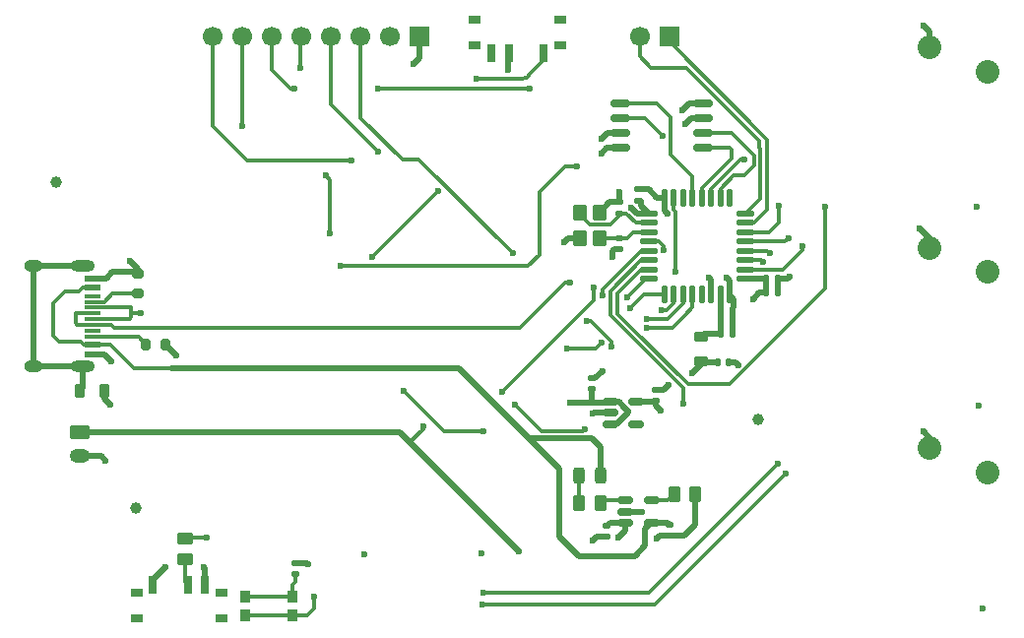
<source format=gbr>
%TF.GenerationSoftware,KiCad,Pcbnew,9.0.6*%
%TF.CreationDate,2025-12-14T01:17:05-08:00*%
%TF.ProjectId,base-station,62617365-2d73-4746-9174-696f6e2e6b69,rev?*%
%TF.SameCoordinates,Original*%
%TF.FileFunction,Copper,L1,Top*%
%TF.FilePolarity,Positive*%
%FSLAX46Y46*%
G04 Gerber Fmt 4.6, Leading zero omitted, Abs format (unit mm)*
G04 Created by KiCad (PCBNEW 9.0.6) date 2025-12-14 01:17:05*
%MOMM*%
%LPD*%
G01*
G04 APERTURE LIST*
G04 Aperture macros list*
%AMRoundRect*
0 Rectangle with rounded corners*
0 $1 Rounding radius*
0 $2 $3 $4 $5 $6 $7 $8 $9 X,Y pos of 4 corners*
0 Add a 4 corners polygon primitive as box body*
4,1,4,$2,$3,$4,$5,$6,$7,$8,$9,$2,$3,0*
0 Add four circle primitives for the rounded corners*
1,1,$1+$1,$2,$3*
1,1,$1+$1,$4,$5*
1,1,$1+$1,$6,$7*
1,1,$1+$1,$8,$9*
0 Add four rect primitives between the rounded corners*
20,1,$1+$1,$2,$3,$4,$5,0*
20,1,$1+$1,$4,$5,$6,$7,0*
20,1,$1+$1,$6,$7,$8,$9,0*
20,1,$1+$1,$8,$9,$2,$3,0*%
G04 Aperture macros list end*
%TA.AperFunction,SMDPad,CuDef*%
%ADD10RoundRect,0.162500X-0.650000X-0.162500X0.650000X-0.162500X0.650000X0.162500X-0.650000X0.162500X0*%
%TD*%
%TA.AperFunction,SMDPad,CuDef*%
%ADD11C,1.000000*%
%TD*%
%TA.AperFunction,SMDPad,CuDef*%
%ADD12RoundRect,0.140000X-0.140000X-0.170000X0.140000X-0.170000X0.140000X0.170000X-0.140000X0.170000X0*%
%TD*%
%TA.AperFunction,SMDPad,CuDef*%
%ADD13R,1.000000X0.800000*%
%TD*%
%TA.AperFunction,SMDPad,CuDef*%
%ADD14R,0.700000X1.500000*%
%TD*%
%TA.AperFunction,ComponentPad*%
%ADD15RoundRect,0.250000X-0.625000X0.350000X-0.625000X-0.350000X0.625000X-0.350000X0.625000X0.350000X0*%
%TD*%
%TA.AperFunction,ComponentPad*%
%ADD16O,1.750000X1.200000*%
%TD*%
%TA.AperFunction,SMDPad,CuDef*%
%ADD17RoundRect,0.140000X-0.170000X0.140000X-0.170000X-0.140000X0.170000X-0.140000X0.170000X0.140000X0*%
%TD*%
%TA.AperFunction,SMDPad,CuDef*%
%ADD18RoundRect,0.250000X0.450000X-0.262500X0.450000X0.262500X-0.450000X0.262500X-0.450000X-0.262500X0*%
%TD*%
%TA.AperFunction,SMDPad,CuDef*%
%ADD19RoundRect,0.150000X-0.512500X-0.150000X0.512500X-0.150000X0.512500X0.150000X-0.512500X0.150000X0*%
%TD*%
%TA.AperFunction,SMDPad,CuDef*%
%ADD20RoundRect,0.140000X0.170000X-0.140000X0.170000X0.140000X-0.170000X0.140000X-0.170000X-0.140000X0*%
%TD*%
%TA.AperFunction,SMDPad,CuDef*%
%ADD21RoundRect,0.250000X-0.350000X0.450000X-0.350000X-0.450000X0.350000X-0.450000X0.350000X0.450000X0*%
%TD*%
%TA.AperFunction,ComponentPad*%
%ADD22C,2.032000*%
%TD*%
%TA.AperFunction,SMDPad,CuDef*%
%ADD23RoundRect,0.200000X-0.200000X-0.275000X0.200000X-0.275000X0.200000X0.275000X-0.200000X0.275000X0*%
%TD*%
%TA.AperFunction,SMDPad,CuDef*%
%ADD24R,1.450000X0.600000*%
%TD*%
%TA.AperFunction,SMDPad,CuDef*%
%ADD25R,1.450000X0.300000*%
%TD*%
%TA.AperFunction,HeatsinkPad*%
%ADD26O,2.100000X1.000000*%
%TD*%
%TA.AperFunction,HeatsinkPad*%
%ADD27O,1.600000X1.000000*%
%TD*%
%TA.AperFunction,ComponentPad*%
%ADD28R,1.700000X1.700000*%
%TD*%
%TA.AperFunction,ComponentPad*%
%ADD29C,1.700000*%
%TD*%
%TA.AperFunction,SMDPad,CuDef*%
%ADD30RoundRect,0.243750X-0.243750X-0.456250X0.243750X-0.456250X0.243750X0.456250X-0.243750X0.456250X0*%
%TD*%
%TA.AperFunction,SMDPad,CuDef*%
%ADD31RoundRect,0.200000X0.275000X-0.200000X0.275000X0.200000X-0.275000X0.200000X-0.275000X-0.200000X0*%
%TD*%
%TA.AperFunction,SMDPad,CuDef*%
%ADD32RoundRect,0.218750X0.381250X-0.218750X0.381250X0.218750X-0.381250X0.218750X-0.381250X-0.218750X0*%
%TD*%
%TA.AperFunction,SMDPad,CuDef*%
%ADD33RoundRect,0.218750X0.218750X0.381250X-0.218750X0.381250X-0.218750X-0.381250X0.218750X-0.381250X0*%
%TD*%
%TA.AperFunction,SMDPad,CuDef*%
%ADD34RoundRect,0.250000X-0.262500X-0.450000X0.262500X-0.450000X0.262500X0.450000X-0.262500X0.450000X0*%
%TD*%
%TA.AperFunction,SMDPad,CuDef*%
%ADD35RoundRect,0.250000X0.262500X0.450000X-0.262500X0.450000X-0.262500X-0.450000X0.262500X-0.450000X0*%
%TD*%
%TA.AperFunction,SMDPad,CuDef*%
%ADD36R,0.900000X1.000000*%
%TD*%
%TA.AperFunction,SMDPad,CuDef*%
%ADD37RoundRect,0.125000X-0.625000X-0.125000X0.625000X-0.125000X0.625000X0.125000X-0.625000X0.125000X0*%
%TD*%
%TA.AperFunction,SMDPad,CuDef*%
%ADD38RoundRect,0.125000X-0.125000X-0.625000X0.125000X-0.625000X0.125000X0.625000X-0.125000X0.625000X0*%
%TD*%
%TA.AperFunction,ViaPad*%
%ADD39C,0.600000*%
%TD*%
%TA.AperFunction,Conductor*%
%ADD40C,0.300000*%
%TD*%
%TA.AperFunction,Conductor*%
%ADD41C,0.500000*%
%TD*%
G04 APERTURE END LIST*
D10*
%TO.P,U3,1,~{CS}*%
%TO.N,/FLASH_CS*%
X86112500Y-58695000D03*
%TO.P,U3,2,DO/IO_{1}*%
%TO.N,/FLASH_MISO*%
X86112500Y-59965000D03*
%TO.P,U3,3,~{WP}/IO_{2}*%
%TO.N,+3V3*%
X86112500Y-61235000D03*
%TO.P,U3,4,GND*%
%TO.N,GND*%
X86112500Y-62505000D03*
%TO.P,U3,5,DI/IO_{0}*%
%TO.N,/FLASH_MOSI*%
X93287500Y-62505000D03*
%TO.P,U3,6,CLK*%
%TO.N,/FLASH_SCK*%
X93287500Y-61235000D03*
%TO.P,U3,7,~{HOLD}/~{RESET}/IO_{3}*%
%TO.N,+3V3*%
X93287500Y-59965000D03*
%TO.P,U3,8,VCC*%
X93287500Y-58695000D03*
%TD*%
D11*
%TO.P,FID3,*%
%TO.N,*%
X44500000Y-93500000D03*
%TD*%
D12*
%TO.P,C10,1*%
%TO.N,+3.3VA*%
X94820000Y-76875000D03*
%TO.P,C10,2*%
%TO.N,GND*%
X95780000Y-76875000D03*
%TD*%
D13*
%TO.P,SW3,*%
%TO.N,*%
X44550000Y-100745000D03*
X44550000Y-102955000D03*
X51850000Y-100745000D03*
X51850000Y-102955000D03*
D14*
%TO.P,SW3,1,A*%
%TO.N,GND*%
X45950000Y-100095000D03*
%TO.P,SW3,2,B*%
%TO.N,/SW_BOOT*%
X48950000Y-100095000D03*
%TO.P,SW3,3,C*%
%TO.N,+3V3*%
X50450000Y-100095000D03*
%TD*%
D15*
%TO.P,J4,1,Pin_1*%
%TO.N,/VBAT*%
X39650000Y-87000000D03*
D16*
%TO.P,J4,2,Pin_2*%
%TO.N,GND*%
X39650000Y-89000000D03*
%TD*%
D17*
%TO.P,C2,1*%
%TO.N,/VBAT*%
X85000000Y-95020000D03*
%TO.P,C2,2*%
%TO.N,GND*%
X85000000Y-95980000D03*
%TD*%
D12*
%TO.P,C7,1*%
%TO.N,+3V3*%
X98720000Y-74975000D03*
%TO.P,C7,2*%
%TO.N,GND*%
X99680000Y-74975000D03*
%TD*%
D18*
%TO.P,R5,1*%
%TO.N,/SW_BOOT*%
X48700000Y-97912500D03*
%TO.P,R5,2*%
%TO.N,/BOOT*%
X48700000Y-96087500D03*
%TD*%
D19*
%TO.P,U2,1,VIN*%
%TO.N,/VIN*%
X85262500Y-84350000D03*
%TO.P,U2,2,GND*%
%TO.N,GND*%
X85262500Y-85300000D03*
%TO.P,U2,3,EN*%
%TO.N,/VIN*%
X85262500Y-86250000D03*
%TO.P,U2,4,NC*%
%TO.N,unconnected-(U2-NC-Pad4)*%
X87537500Y-86250000D03*
%TO.P,U2,5,VOUT*%
%TO.N,+3V3*%
X87537500Y-84350000D03*
%TD*%
D17*
%TO.P,C1,1*%
%TO.N,VBUS*%
X90400000Y-94900000D03*
%TO.P,C1,2*%
%TO.N,GND*%
X90400000Y-95860000D03*
%TD*%
D20*
%TO.P,C13,1*%
%TO.N,/SW_RESET*%
X58180000Y-99180000D03*
%TO.P,C13,2*%
%TO.N,GND*%
X58180000Y-98220000D03*
%TD*%
D21*
%TO.P,Y1,1,1*%
%TO.N,/HSE_IN*%
X82650000Y-68075000D03*
%TO.P,Y1,2,2*%
%TO.N,GND*%
X82650000Y-70275000D03*
%TO.P,Y1,3,3*%
%TO.N,/HSE_OUT*%
X84350000Y-70275000D03*
%TO.P,Y1,4,4*%
%TO.N,GND*%
X84350000Y-68075000D03*
%TD*%
D22*
%TO.P,SW5,1,1*%
%TO.N,GND*%
X112750000Y-88350000D03*
%TO.P,SW5,2,2*%
%TO.N,/BTN_2*%
X117750000Y-90450000D03*
%TD*%
D23*
%TO.P,R2,1*%
%TO.N,/CC2*%
X45375000Y-79400000D03*
%TO.P,R2,2*%
%TO.N,GND*%
X47025000Y-79400000D03*
%TD*%
D11*
%TO.P,FID2,*%
%TO.N,*%
X37600000Y-65500000D03*
%TD*%
D24*
%TO.P,J2,A1,GND*%
%TO.N,GND*%
X40800000Y-73750000D03*
%TO.P,J2,A4,VBUS*%
%TO.N,VBUS*%
X40800000Y-74550000D03*
D25*
%TO.P,J2,A5,CC1*%
%TO.N,/CC1*%
X40800000Y-75750000D03*
%TO.P,J2,A6,D+*%
%TO.N,/D+*%
X40800000Y-76750000D03*
%TO.P,J2,A7,D-*%
%TO.N,/D-*%
X40800000Y-77250000D03*
%TO.P,J2,A8,SBU1*%
%TO.N,unconnected-(J2-SBU1-PadA8)*%
X40800000Y-78250000D03*
D24*
%TO.P,J2,A9,VBUS*%
%TO.N,VBUS*%
X40800000Y-79450000D03*
%TO.P,J2,A12,GND*%
%TO.N,GND*%
X40800000Y-80250000D03*
%TO.P,J2,B1,GND*%
X40800000Y-80250000D03*
%TO.P,J2,B4,VBUS*%
%TO.N,VBUS*%
X40800000Y-79450000D03*
D25*
%TO.P,J2,B5,CC2*%
%TO.N,/CC2*%
X40800000Y-78750000D03*
%TO.P,J2,B6,D+*%
%TO.N,/D+*%
X40800000Y-77750000D03*
%TO.P,J2,B7,D-*%
%TO.N,/D-*%
X40800000Y-76250000D03*
%TO.P,J2,B8,SBU2*%
%TO.N,unconnected-(J2-SBU2-PadB8)*%
X40800000Y-75250000D03*
D24*
%TO.P,J2,B9,VBUS*%
%TO.N,VBUS*%
X40800000Y-74550000D03*
%TO.P,J2,B12,GND*%
%TO.N,GND*%
X40800000Y-73750000D03*
D26*
%TO.P,J2,S1,SHIELD*%
%TO.N,/SHIELD*%
X39885000Y-72680000D03*
D27*
X35705000Y-72680000D03*
D26*
X39885000Y-81320000D03*
D27*
X35705000Y-81320000D03*
%TD*%
D28*
%TO.P,J3,1,Pin_1*%
%TO.N,+3V3*%
X68900000Y-52900000D03*
D29*
%TO.P,J3,2,Pin_2*%
%TO.N,GND*%
X66360000Y-52900000D03*
%TO.P,J3,3,Pin_3*%
%TO.N,/LCD_SDA*%
X63820000Y-52900000D03*
%TO.P,J3,4,Pin_4*%
%TO.N,/LCD_SCK*%
X61280000Y-52900000D03*
%TO.P,J3,5,Pin_5*%
%TO.N,/LCD_CS*%
X58740000Y-52900000D03*
%TO.P,J3,6,Pin_6*%
%TO.N,/LCD_DC*%
X56200000Y-52900000D03*
%TO.P,J3,7,Pin_7*%
%TO.N,/LCD_RST*%
X53660000Y-52900000D03*
%TO.P,J3,8,Pin_8*%
%TO.N,/LCD_BL*%
X51120000Y-52900000D03*
%TD*%
D11*
%TO.P,FID1,*%
%TO.N,*%
X98000000Y-85900000D03*
%TD*%
D28*
%TO.P,J5,1,Pin_1*%
%TO.N,/SWDIO*%
X90375000Y-52900000D03*
D29*
%TO.P,J5,2,Pin_2*%
%TO.N,/SWCLK*%
X87835000Y-52900000D03*
%TD*%
D22*
%TO.P,SW6,1,1*%
%TO.N,GND*%
X112750000Y-53850000D03*
%TO.P,SW6,2,2*%
%TO.N,/BTN_3*%
X117750000Y-55950000D03*
%TD*%
D19*
%TO.P,U1,1,STAT*%
%TO.N,/STAT*%
X86562500Y-92850000D03*
%TO.P,U1,2,V_{SS}*%
%TO.N,GND*%
X86562500Y-93800000D03*
%TO.P,U1,3,V_{BAT}*%
%TO.N,/VBAT*%
X86562500Y-94750000D03*
%TO.P,U1,4,V_{DD}*%
%TO.N,VBUS*%
X88837500Y-94750000D03*
%TO.P,U1,5,PROG*%
%TO.N,/PROG*%
X88837500Y-92850000D03*
%TD*%
D30*
%TO.P,D1,1,K*%
%TO.N,/LED*%
X82562500Y-90700000D03*
%TO.P,D1,2,A*%
%TO.N,VBUS*%
X84437500Y-90700000D03*
%TD*%
D31*
%TO.P,R1,1*%
%TO.N,/CC1*%
X44700000Y-75025000D03*
%TO.P,R1,2*%
%TO.N,GND*%
X44700000Y-73375000D03*
%TD*%
D32*
%TO.P,FB2,1*%
%TO.N,+3V3*%
X93100000Y-80837500D03*
%TO.P,FB2,2*%
%TO.N,+3.3VA*%
X93100000Y-78712500D03*
%TD*%
D20*
%TO.P,C11,1*%
%TO.N,/HSE_IN*%
X86100000Y-68155000D03*
%TO.P,C11,2*%
%TO.N,GND*%
X86100000Y-67195000D03*
%TD*%
D17*
%TO.P,C12,1*%
%TO.N,/HSE_OUT*%
X86100000Y-70295000D03*
%TO.P,C12,2*%
%TO.N,GND*%
X86100000Y-71255000D03*
%TD*%
D33*
%TO.P,FB1,1*%
%TO.N,GND*%
X41762500Y-83400000D03*
%TO.P,FB1,2*%
%TO.N,/SHIELD*%
X39637500Y-83400000D03*
%TD*%
D12*
%TO.P,C8,1*%
%TO.N,+3V3*%
X94520000Y-80975000D03*
%TO.P,C8,2*%
%TO.N,GND*%
X95480000Y-80975000D03*
%TD*%
D22*
%TO.P,SW4,1,1*%
%TO.N,GND*%
X112750000Y-71100000D03*
%TO.P,SW4,2,2*%
%TO.N,/BTN_1*%
X117750000Y-73200000D03*
%TD*%
D20*
%TO.P,C3,1*%
%TO.N,/VIN*%
X83700000Y-83280000D03*
%TO.P,C3,2*%
%TO.N,GND*%
X83700000Y-82320000D03*
%TD*%
%TO.P,C4,1*%
%TO.N,+3V3*%
X89200000Y-84280000D03*
%TO.P,C4,2*%
%TO.N,GND*%
X89200000Y-83320000D03*
%TD*%
D34*
%TO.P,R4,1*%
%TO.N,/PROG*%
X90787500Y-92300000D03*
%TO.P,R4,2*%
%TO.N,GND*%
X92612500Y-92300000D03*
%TD*%
D13*
%TO.P,SW2,*%
%TO.N,*%
X80950000Y-53680000D03*
X80950000Y-51470000D03*
X73650000Y-53680000D03*
X73650000Y-51470000D03*
D14*
%TO.P,SW2,1,A*%
%TO.N,/VBAT*%
X79550000Y-54330000D03*
%TO.P,SW2,2,B*%
%TO.N,/VIN*%
X76550000Y-54330000D03*
%TO.P,SW2,3,C*%
%TO.N,unconnected-(SW2-C-Pad3)*%
X75050000Y-54330000D03*
%TD*%
D12*
%TO.P,C9,1*%
%TO.N,+3.3VA*%
X94820000Y-78475000D03*
%TO.P,C9,2*%
%TO.N,GND*%
X95780000Y-78475000D03*
%TD*%
D35*
%TO.P,R3,1*%
%TO.N,/STAT*%
X84412500Y-93100000D03*
%TO.P,R3,2*%
%TO.N,/LED*%
X82587500Y-93100000D03*
%TD*%
D20*
%TO.P,C6,1*%
%TO.N,+3V3*%
X87700000Y-67055000D03*
%TO.P,C6,2*%
%TO.N,GND*%
X87700000Y-66095000D03*
%TD*%
D36*
%TO.P,SW1,1,1*%
%TO.N,/SW_RESET*%
X53850000Y-101100000D03*
X57950000Y-101100000D03*
%TO.P,SW1,2,2*%
%TO.N,/RESET*%
X53850000Y-102700000D03*
X57950000Y-102700000D03*
%TD*%
D37*
%TO.P,U4,1,VDD*%
%TO.N,+3V3*%
X88575000Y-68175000D03*
%TO.P,U4,2,PF0*%
%TO.N,/HSE_IN*%
X88575000Y-68975000D03*
%TO.P,U4,3,PF1*%
%TO.N,/HSE_OUT*%
X88575000Y-69775000D03*
%TO.P,U4,4,PG10*%
%TO.N,/RESET*%
X88575000Y-70575000D03*
%TO.P,U4,5,PA0*%
%TO.N,/BTN_1*%
X88575000Y-71375000D03*
%TO.P,U4,6,PA1*%
%TO.N,/BTN_2*%
X88575000Y-72175000D03*
%TO.P,U4,7,PA2*%
%TO.N,/BTN_3*%
X88575000Y-72975000D03*
%TO.P,U4,8,PA3*%
%TO.N,/LCD_RST*%
X88575000Y-73775000D03*
D38*
%TO.P,U4,9,PA4*%
%TO.N,/LCD_CS*%
X89950000Y-75150000D03*
%TO.P,U4,10,PA5*%
%TO.N,/LCD_SCK*%
X90750000Y-75150000D03*
%TO.P,U4,11,PA6*%
%TO.N,/LCD_BL*%
X91550000Y-75150000D03*
%TO.P,U4,12,PA7*%
%TO.N,/LCD_SDA*%
X92350000Y-75150000D03*
%TO.P,U4,13,PB0*%
%TO.N,unconnected-(U4-PB0-Pad13)*%
X93150000Y-75150000D03*
%TO.P,U4,14,VSSA*%
%TO.N,GND*%
X93950000Y-75150000D03*
%TO.P,U4,15,VDDA*%
%TO.N,+3.3VA*%
X94750000Y-75150000D03*
%TO.P,U4,16,VSS*%
%TO.N,GND*%
X95550000Y-75150000D03*
D37*
%TO.P,U4,17,VDD*%
%TO.N,+3V3*%
X96925000Y-73775000D03*
%TO.P,U4,18,PA8*%
%TO.N,/LCD_DC*%
X96925000Y-72975000D03*
%TO.P,U4,19,PA9*%
%TO.N,/I2C_SCL*%
X96925000Y-72175000D03*
%TO.P,U4,20,PA10*%
%TO.N,/I2C_SDA*%
X96925000Y-71375000D03*
%TO.P,U4,21,PA11*%
%TO.N,/D-*%
X96925000Y-70575000D03*
%TO.P,U4,22,PA12*%
%TO.N,/D+*%
X96925000Y-69775000D03*
%TO.P,U4,23,PA13*%
%TO.N,/SWDIO*%
X96925000Y-68975000D03*
%TO.P,U4,24,PA14*%
%TO.N,/SWCLK*%
X96925000Y-68175000D03*
D38*
%TO.P,U4,25,PA15*%
%TO.N,unconnected-(U4-PA15-Pad25)*%
X95550000Y-66800000D03*
%TO.P,U4,26,PB3*%
%TO.N,/FLASH_SCK*%
X94750000Y-66800000D03*
%TO.P,U4,27,PB4*%
%TO.N,/FLASH_MISO*%
X93950000Y-66800000D03*
%TO.P,U4,28,PB5*%
%TO.N,/FLASH_MOSI*%
X93150000Y-66800000D03*
%TO.P,U4,29,PB6*%
%TO.N,/FLASH_CS*%
X92350000Y-66800000D03*
%TO.P,U4,30,PB7*%
%TO.N,unconnected-(U4-PB7-Pad30)*%
X91550000Y-66800000D03*
%TO.P,U4,31,PB8*%
%TO.N,/BOOT*%
X90750000Y-66800000D03*
%TO.P,U4,32,VSS*%
%TO.N,GND*%
X89950000Y-66800000D03*
%TD*%
D12*
%TO.P,C5,1*%
%TO.N,+3V3*%
X98720000Y-73775000D03*
%TO.P,C5,2*%
%TO.N,GND*%
X99680000Y-73775000D03*
%TD*%
D39*
%TO.N,+3V3*%
X91750000Y-60500000D03*
X91500000Y-59250000D03*
X84500000Y-61750000D03*
%TO.N,GND*%
X84500000Y-63000000D03*
X117300000Y-102100000D03*
X112200000Y-86900000D03*
X42400000Y-80900000D03*
X90200000Y-68200000D03*
X89300000Y-96100000D03*
X90300000Y-82900000D03*
X42300000Y-84600000D03*
X117000000Y-84700000D03*
X95300000Y-73700000D03*
X88000000Y-93800000D03*
X81300000Y-70600000D03*
X59300000Y-98300000D03*
X64100000Y-97500000D03*
X93800000Y-73700000D03*
X112200000Y-52000000D03*
X100700000Y-73600000D03*
X96300000Y-81200000D03*
X83800000Y-96300000D03*
X116800000Y-67600000D03*
X85500000Y-71900000D03*
X83800000Y-85400000D03*
X86100000Y-66300000D03*
X44000000Y-72200000D03*
X47000000Y-98600000D03*
X41900000Y-89400000D03*
X84600000Y-81700000D03*
X48000000Y-80400000D03*
X111900000Y-69400000D03*
%TO.N,/VBAT*%
X69200000Y-86500000D03*
X70500000Y-66200000D03*
X86000000Y-96000000D03*
X73800000Y-56600000D03*
X77400000Y-97200000D03*
X64800000Y-71900000D03*
%TO.N,+3V3*%
X92300000Y-81900000D03*
X74200000Y-97400000D03*
X50300000Y-98600000D03*
X87047727Y-67637056D03*
X97600000Y-75500000D03*
X89600000Y-85100000D03*
X68400000Y-55300000D03*
%TO.N,/RESET*%
X59800000Y-101100000D03*
X76000000Y-83500000D03*
X83900000Y-74500000D03*
X89900000Y-71300000D03*
%TO.N,/I2C_SDA*%
X74300000Y-101800000D03*
X99000000Y-71600000D03*
X100400000Y-90500000D03*
%TO.N,/I2C_SCL*%
X98400000Y-72300000D03*
X74400000Y-100800000D03*
X99700000Y-89700000D03*
%TO.N,/D-*%
X100600000Y-70300000D03*
X44900000Y-76700000D03*
X82400000Y-64100000D03*
X62100000Y-72700000D03*
%TO.N,/D+*%
X99800000Y-67500000D03*
X81800000Y-74100000D03*
%TO.N,/LCD_CS*%
X67500000Y-83400000D03*
X74400000Y-86900000D03*
X77100000Y-84600000D03*
X83100000Y-86700000D03*
X61200000Y-69900000D03*
X58600000Y-55600000D03*
X60800000Y-64900000D03*
X87000000Y-76300000D03*
%TO.N,/LCD_SDA*%
X88400000Y-78000003D03*
X76900000Y-71600000D03*
%TO.N,/LCD_SCK*%
X89701000Y-76500000D03*
X65300000Y-62800000D03*
X83300000Y-77400000D03*
X85400000Y-79600000D03*
%TO.N,/LCD_DC*%
X101800000Y-71000000D03*
X58100000Y-57400000D03*
X65300000Y-57400000D03*
X78400000Y-57400000D03*
%TO.N,/LCD_BL*%
X81600000Y-79800000D03*
X84500000Y-79300000D03*
X88400000Y-77200000D03*
X63000000Y-63600000D03*
%TO.N,/LCD_RST*%
X53600000Y-60600000D03*
X86700000Y-75400000D03*
%TO.N,/BOOT*%
X50600000Y-96000000D03*
X90900000Y-73200000D03*
%TO.N,/BTN_1*%
X84600000Y-75200000D03*
%TO.N,/BTN_2*%
X91550000Y-84500000D03*
%TO.N,/BTN_3*%
X103800000Y-67600000D03*
%TO.N,/FLASH_MISO*%
X96800000Y-63500000D03*
X89800000Y-61500000D03*
%TO.N,/VIN*%
X81800000Y-84400000D03*
X76500000Y-55800000D03*
%TD*%
D40*
%TO.N,/SWCLK*%
X96925000Y-68175000D02*
X98201000Y-66899000D01*
X98201000Y-66899000D02*
X98201000Y-62601000D01*
X98201000Y-62601000D02*
X98100000Y-62500000D01*
X98100000Y-62500000D02*
X98100000Y-61864673D01*
X98100000Y-61864673D02*
X91835327Y-55600000D01*
X91835327Y-55600000D02*
X88800000Y-55600000D01*
X88800000Y-55600000D02*
X87835000Y-54635000D01*
X87835000Y-54635000D02*
X87835000Y-52900000D01*
D41*
%TO.N,+3V3*%
X92285000Y-59965000D02*
X91750000Y-60500000D01*
X93287500Y-59965000D02*
X92285000Y-59965000D01*
X92055000Y-58695000D02*
X91500000Y-59250000D01*
X93287500Y-58695000D02*
X92055000Y-58695000D01*
X85015000Y-61235000D02*
X84500000Y-61750000D01*
X86112500Y-61235000D02*
X85015000Y-61235000D01*
%TO.N,GND*%
X84995000Y-62505000D02*
X84500000Y-63000000D01*
X86112500Y-62505000D02*
X84995000Y-62505000D01*
D40*
%TO.N,/FLASH_CS*%
X92350000Y-66800000D02*
X92350000Y-64970654D01*
X92350000Y-64970654D02*
X90500000Y-63120654D01*
X90500000Y-63120654D02*
X90500000Y-59900000D01*
X90500000Y-59900000D02*
X89295000Y-58695000D01*
X89295000Y-58695000D02*
X86112500Y-58695000D01*
%TO.N,/FLASH_MISO*%
X89800000Y-61500000D02*
X88265000Y-59965000D01*
X88265000Y-59965000D02*
X86112500Y-59965000D01*
%TO.N,/FLASH_MOSI*%
X95505000Y-62505000D02*
X93287500Y-62505000D01*
%TO.N,/FLASH_SCK*%
X95735000Y-61235000D02*
X93287500Y-61235000D01*
D41*
%TO.N,VBUS*%
X88837500Y-94750000D02*
X90250000Y-94750000D01*
X80900000Y-90100000D02*
X80900000Y-95900000D01*
D40*
X37864000Y-79164000D02*
X39724000Y-79164000D01*
D41*
X88300000Y-95287500D02*
X88837500Y-94750000D01*
D40*
X40010000Y-79450000D02*
X40800000Y-79450000D01*
D41*
X78300000Y-87500000D02*
X80900000Y-90100000D01*
D40*
X42250000Y-79450000D02*
X44300000Y-81500000D01*
D41*
X72300000Y-81500000D02*
X78300000Y-87500000D01*
D40*
X39591719Y-74900000D02*
X38400000Y-74900000D01*
X40800000Y-79450000D02*
X42250000Y-79450000D01*
X40800000Y-74550000D02*
X39941719Y-74550000D01*
X38400000Y-74900000D02*
X37400000Y-75900000D01*
X37400000Y-78700000D02*
X37864000Y-79164000D01*
D41*
X80900000Y-95900000D02*
X82600000Y-97600000D01*
X84437500Y-88237500D02*
X84437500Y-90700000D01*
X90250000Y-94750000D02*
X90400000Y-94900000D01*
D40*
X37400000Y-75900000D02*
X37400000Y-78700000D01*
D41*
X82600000Y-97600000D02*
X87400000Y-97600000D01*
X83700000Y-87500000D02*
X84437500Y-88237500D01*
D40*
X39724000Y-79164000D02*
X40010000Y-79450000D01*
D41*
X88300000Y-96700000D02*
X88300000Y-95287500D01*
X47500000Y-81500000D02*
X72300000Y-81500000D01*
X78300000Y-87500000D02*
X83700000Y-87500000D01*
D40*
X44300000Y-81500000D02*
X47500000Y-81500000D01*
D41*
X87400000Y-97600000D02*
X88300000Y-96700000D01*
D40*
X39941719Y-74550000D02*
X39591719Y-74900000D01*
D41*
%TO.N,GND*%
X45950000Y-100095000D02*
X45950000Y-99650000D01*
X83900000Y-85300000D02*
X83800000Y-85400000D01*
X59220000Y-98220000D02*
X59300000Y-98300000D01*
X85500000Y-71900000D02*
X85500000Y-71400000D01*
X58180000Y-98220000D02*
X59220000Y-98220000D01*
X83700000Y-82320000D02*
X83980000Y-82320000D01*
X90400000Y-95860000D02*
X89540000Y-95860000D01*
X82650000Y-70275000D02*
X81625000Y-70275000D01*
X112750000Y-53850000D02*
X112750000Y-52550000D01*
X96075000Y-80975000D02*
X96300000Y-81200000D01*
X90200000Y-68200000D02*
X89950000Y-67950000D01*
X89950000Y-66800000D02*
X89300000Y-66800000D01*
X86100000Y-67195000D02*
X85230000Y-67195000D01*
X41750000Y-80250000D02*
X42400000Y-80900000D01*
X92612500Y-94887500D02*
X92612500Y-92300000D01*
X91640000Y-95860000D02*
X92612500Y-94887500D01*
X85000000Y-95980000D02*
X84120000Y-95980000D01*
X42500000Y-73200000D02*
X44525000Y-73200000D01*
X41950000Y-73750000D02*
X42500000Y-73200000D01*
X85230000Y-67195000D02*
X84350000Y-68075000D01*
X95550000Y-73950000D02*
X95300000Y-73700000D01*
X95550000Y-75150000D02*
X95550000Y-73950000D01*
X44700000Y-73375000D02*
X44700000Y-72900000D01*
X85500000Y-71400000D02*
X85645000Y-71255000D01*
X41762500Y-83400000D02*
X41762500Y-84062500D01*
X95780000Y-76875000D02*
X95780000Y-78475000D01*
X47025000Y-79400000D02*
X47025000Y-79425000D01*
X41762500Y-84062500D02*
X42300000Y-84600000D01*
X112750000Y-52550000D02*
X112200000Y-52000000D01*
X112750000Y-70250000D02*
X111900000Y-69400000D01*
X44525000Y-73200000D02*
X44700000Y-73375000D01*
X88595000Y-66095000D02*
X87900000Y-66095000D01*
X112750000Y-71100000D02*
X112750000Y-70250000D01*
X99680000Y-73775000D02*
X100525000Y-73775000D01*
X95550000Y-75150000D02*
X95900000Y-75500000D01*
X86100000Y-67195000D02*
X86100000Y-66300000D01*
X44700000Y-72900000D02*
X44000000Y-72200000D01*
X99680000Y-74975000D02*
X99680000Y-73775000D01*
X84120000Y-95980000D02*
X83800000Y-96300000D01*
X81625000Y-70275000D02*
X81300000Y-70600000D01*
X89200000Y-83320000D02*
X89880000Y-83320000D01*
X112750000Y-88350000D02*
X112750000Y-87450000D01*
X112750000Y-87450000D02*
X112200000Y-86900000D01*
X45950000Y-99650000D02*
X47000000Y-98600000D01*
X90400000Y-95860000D02*
X91640000Y-95860000D01*
X95780000Y-76320000D02*
X95780000Y-76875000D01*
X95900000Y-75500000D02*
X95900000Y-76200000D01*
X89880000Y-83320000D02*
X90300000Y-82900000D01*
X93950000Y-75150000D02*
X93950000Y-73850000D01*
X40800000Y-73750000D02*
X41950000Y-73750000D01*
X47025000Y-79425000D02*
X48000000Y-80400000D01*
X39650000Y-89000000D02*
X41500000Y-89000000D01*
X86562500Y-93800000D02*
X88000000Y-93800000D01*
X95900000Y-76200000D02*
X95780000Y-76320000D01*
X85645000Y-71255000D02*
X86100000Y-71255000D01*
X93950000Y-73850000D02*
X93800000Y-73700000D01*
X85262500Y-85300000D02*
X83900000Y-85300000D01*
X89300000Y-66800000D02*
X88595000Y-66095000D01*
X41500000Y-89000000D02*
X41900000Y-89400000D01*
X95480000Y-80975000D02*
X96075000Y-80975000D01*
X83980000Y-82320000D02*
X84600000Y-81700000D01*
X40800000Y-80250000D02*
X41750000Y-80250000D01*
X100525000Y-73775000D02*
X100700000Y-73600000D01*
X89540000Y-95860000D02*
X89300000Y-96100000D01*
X89950000Y-67950000D02*
X89950000Y-66800000D01*
%TO.N,/VBAT*%
X85270000Y-94750000D02*
X85000000Y-95020000D01*
D40*
X77900000Y-56500000D02*
X78100000Y-56500000D01*
X70500000Y-66200000D02*
X64800000Y-71900000D01*
X77800000Y-56600000D02*
X77900000Y-56500000D01*
D41*
X86562500Y-95437500D02*
X86000000Y-96000000D01*
D40*
X73800000Y-56600000D02*
X77800000Y-56600000D01*
X69200000Y-86500000D02*
X69200000Y-86700000D01*
X78300000Y-56200000D02*
X79550000Y-54950000D01*
X69200000Y-86700000D02*
X68050000Y-87850000D01*
X78100000Y-56500000D02*
X78300000Y-56300000D01*
D41*
X77400000Y-97200000D02*
X68050000Y-87850000D01*
X86562500Y-94750000D02*
X85270000Y-94750000D01*
X67200000Y-87000000D02*
X39650000Y-87000000D01*
D40*
X78300000Y-56300000D02*
X78300000Y-56200000D01*
X79550000Y-54950000D02*
X79550000Y-54330000D01*
D41*
X86562500Y-94750000D02*
X86562500Y-95437500D01*
X68050000Y-87850000D02*
X67200000Y-87000000D01*
%TO.N,+3V3*%
X93100000Y-80837500D02*
X93100000Y-81100000D01*
X87537500Y-84350000D02*
X89130000Y-84350000D01*
X98125000Y-74975000D02*
X97600000Y-75500000D01*
X87900000Y-67055000D02*
X87900000Y-67500000D01*
X89200000Y-84700000D02*
X89600000Y-85100000D01*
X87900000Y-67500000D02*
X88575000Y-68175000D01*
X98720000Y-74975000D02*
X98720000Y-73775000D01*
X68900000Y-52900000D02*
X68900000Y-54800000D01*
X87585671Y-68175000D02*
X87047727Y-67637056D01*
X98720000Y-74975000D02*
X98125000Y-74975000D01*
X88575000Y-68175000D02*
X87585671Y-68175000D01*
X89130000Y-84350000D02*
X89200000Y-84280000D01*
X93100000Y-81100000D02*
X92300000Y-81900000D01*
X89200000Y-84280000D02*
X89200000Y-84700000D01*
X50450000Y-100095000D02*
X50450000Y-98750000D01*
X50450000Y-98750000D02*
X50300000Y-98600000D01*
X96925000Y-73775000D02*
X98720000Y-73775000D01*
X94520000Y-80975000D02*
X93237500Y-80975000D01*
X93237500Y-80975000D02*
X93100000Y-80837500D01*
X68900000Y-54800000D02*
X68400000Y-55300000D01*
%TO.N,+3.3VA*%
X93337500Y-78475000D02*
X93100000Y-78712500D01*
X94820000Y-76875000D02*
X94820000Y-75220000D01*
X94820000Y-78475000D02*
X93337500Y-78475000D01*
X94820000Y-75220000D02*
X94750000Y-75150000D01*
X94820000Y-76875000D02*
X94820000Y-78475000D01*
D40*
%TO.N,/HSE_IN*%
X86655000Y-68155000D02*
X86100000Y-68155000D01*
X86100000Y-68155000D02*
X86100000Y-68300000D01*
X85274000Y-69126000D02*
X83526000Y-69126000D01*
X86100000Y-68300000D02*
X85274000Y-69126000D01*
X83526000Y-69126000D02*
X82650000Y-68250000D01*
X88575000Y-68975000D02*
X87475000Y-68975000D01*
X87475000Y-68975000D02*
X86655000Y-68155000D01*
X82650000Y-68250000D02*
X82650000Y-68075000D01*
%TO.N,/HSE_OUT*%
X86700000Y-70300000D02*
X86695000Y-70295000D01*
X86695000Y-70295000D02*
X86100000Y-70295000D01*
X87225000Y-69775000D02*
X86700000Y-70300000D01*
X84370000Y-70295000D02*
X84350000Y-70275000D01*
X86100000Y-70295000D02*
X84370000Y-70295000D01*
X88575000Y-69775000D02*
X87225000Y-69775000D01*
%TO.N,/RESET*%
X76000000Y-83500000D02*
X83900000Y-75600000D01*
X89900000Y-71000000D02*
X89475000Y-70575000D01*
X59800000Y-102100000D02*
X59800000Y-101100000D01*
X89900000Y-71300000D02*
X89900000Y-71000000D01*
X57950000Y-102700000D02*
X59200000Y-102700000D01*
X89475000Y-70575000D02*
X88575000Y-70575000D01*
X59200000Y-102700000D02*
X59800000Y-102100000D01*
X83900000Y-75600000D02*
X83900000Y-74500000D01*
X53850000Y-102700000D02*
X57950000Y-102700000D01*
D41*
%TO.N,/SHIELD*%
X35705000Y-81320000D02*
X39885000Y-81320000D01*
X35705000Y-81320000D02*
X35705000Y-72680000D01*
X39885000Y-83152500D02*
X39637500Y-83400000D01*
X39885000Y-81320000D02*
X39885000Y-83152500D01*
X35705000Y-72680000D02*
X39885000Y-72680000D01*
D40*
%TO.N,/I2C_SDA*%
X100400000Y-90500000D02*
X89100000Y-101800000D01*
X98775000Y-71375000D02*
X99000000Y-71600000D01*
X89100000Y-101800000D02*
X74300000Y-101800000D01*
X96925000Y-71375000D02*
X98775000Y-71375000D01*
%TO.N,/I2C_SCL*%
X98275000Y-72175000D02*
X98400000Y-72300000D01*
X96925000Y-72175000D02*
X98275000Y-72175000D01*
X99700000Y-89700000D02*
X88600000Y-100800000D01*
X88600000Y-100800000D02*
X74400000Y-100800000D01*
%TO.N,/D-*%
X44100000Y-76300000D02*
X44050000Y-76250000D01*
X79200000Y-66300000D02*
X79200000Y-71700000D01*
X79200000Y-71700000D02*
X78200000Y-72700000D01*
X100325000Y-70575000D02*
X96925000Y-70575000D01*
X44100000Y-76700000D02*
X44100000Y-76300000D01*
X78200000Y-72700000D02*
X62100000Y-72700000D01*
X44100000Y-77100000D02*
X44100000Y-76700000D01*
X44100000Y-76700000D02*
X44900000Y-76700000D01*
X82400000Y-64100000D02*
X81400000Y-64100000D01*
X43950000Y-77250000D02*
X44100000Y-77100000D01*
X81400000Y-64100000D02*
X79200000Y-66300000D01*
X40800000Y-77250000D02*
X43950000Y-77250000D01*
X100600000Y-70300000D02*
X100325000Y-70575000D01*
X44050000Y-76250000D02*
X40800000Y-76250000D01*
%TO.N,/D+*%
X98925000Y-69775000D02*
X96925000Y-69775000D01*
X39350000Y-76750000D02*
X39300000Y-76800000D01*
X40800000Y-76750000D02*
X39350000Y-76750000D01*
X42350000Y-77750000D02*
X42600000Y-78000000D01*
X40800000Y-77750000D02*
X42350000Y-77750000D01*
X42600000Y-78000000D02*
X77500000Y-78000000D01*
X81300000Y-74200000D02*
X81400000Y-74100000D01*
X39300000Y-76800000D02*
X39300000Y-77600000D01*
X81400000Y-74100000D02*
X81800000Y-74100000D01*
X39450000Y-77750000D02*
X40800000Y-77750000D01*
X99800000Y-67500000D02*
X99800000Y-68900000D01*
X77500000Y-78000000D02*
X81300000Y-74200000D01*
X99800000Y-68900000D02*
X98925000Y-69775000D01*
X39300000Y-77600000D02*
X39450000Y-77750000D01*
%TO.N,/LCD_CS*%
X79700000Y-86899000D02*
X79399000Y-86899000D01*
X71000000Y-86900000D02*
X67500000Y-83400000D01*
X83100000Y-86700000D02*
X82901000Y-86899000D01*
X82500000Y-86899000D02*
X79700000Y-86899000D01*
X88150000Y-75150000D02*
X87000000Y-76300000D01*
X79399000Y-86899000D02*
X77100000Y-84600000D01*
X82901000Y-86899000D02*
X82500000Y-86899000D01*
X61200000Y-65300000D02*
X60800000Y-64900000D01*
X58600000Y-55600000D02*
X58600000Y-53040000D01*
X89950000Y-75150000D02*
X88150000Y-75150000D01*
X61200000Y-69900000D02*
X61200000Y-65300000D01*
X74400000Y-86900000D02*
X71000000Y-86900000D01*
X58600000Y-53040000D02*
X58740000Y-52900000D01*
%TO.N,/LCD_SDA*%
X90599997Y-78000003D02*
X88400000Y-78000003D01*
X67400000Y-63500000D02*
X63820000Y-59920000D01*
X92350000Y-76250000D02*
X91700000Y-76900000D01*
X76900000Y-71600000D02*
X68800000Y-63500000D01*
X91400000Y-77200000D02*
X90599997Y-78000003D01*
X91700000Y-76900000D02*
X91400000Y-77200000D01*
X92350000Y-75150000D02*
X92350000Y-76250000D01*
X63820000Y-59920000D02*
X63820000Y-52900000D01*
X68800000Y-63500000D02*
X67400000Y-63500000D01*
%TO.N,/LCD_SCK*%
X90750000Y-75150000D02*
X90750000Y-75899999D01*
X61280000Y-58780000D02*
X61280000Y-52900000D01*
X85400000Y-79600000D02*
X85400000Y-79208520D01*
X90149999Y-76500000D02*
X89701000Y-76500000D01*
X83591480Y-77400000D02*
X83300000Y-77400000D01*
X90750000Y-75899999D02*
X90149999Y-76500000D01*
X85400000Y-79208520D02*
X83591480Y-77400000D01*
X65300000Y-62800000D02*
X61280000Y-58780000D01*
%TO.N,/LCD_DC*%
X100125000Y-72975000D02*
X101800000Y-71300000D01*
X101800000Y-71300000D02*
X101800000Y-71000000D01*
X78400000Y-57400000D02*
X65300000Y-57400000D01*
X58100000Y-57400000D02*
X57800000Y-57400000D01*
X96925000Y-72975000D02*
X100125000Y-72975000D01*
X57800000Y-57400000D02*
X56200000Y-55800000D01*
X56200000Y-55800000D02*
X56200000Y-52900000D01*
%TO.N,/LCD_BL*%
X63000000Y-63600000D02*
X54100000Y-63600000D01*
X51120000Y-60620000D02*
X51120000Y-52900000D01*
X84500000Y-79300000D02*
X84000000Y-79800000D01*
X54100000Y-63600000D02*
X51120000Y-60620000D01*
X91550000Y-75899999D02*
X90249999Y-77200000D01*
X84000000Y-79800000D02*
X81600000Y-79800000D01*
X90249999Y-77200000D02*
X88400000Y-77200000D01*
X91550000Y-75150000D02*
X91550000Y-75899999D01*
%TO.N,/LCD_RST*%
X53660000Y-60540000D02*
X53660000Y-52900000D01*
X88325000Y-73775000D02*
X86700000Y-75400000D01*
X88575000Y-73775000D02*
X88325000Y-73775000D01*
X53600000Y-60600000D02*
X53660000Y-60540000D01*
%TO.N,/SWDIO*%
X96925000Y-68975000D02*
X97674999Y-68975000D01*
X98800000Y-61800000D02*
X90375000Y-53375000D01*
X97674999Y-68975000D02*
X98800000Y-67849999D01*
X98800000Y-67849999D02*
X98800000Y-61800000D01*
X90375000Y-53375000D02*
X90375000Y-52900000D01*
%TO.N,/BOOT*%
X48787500Y-96000000D02*
X48700000Y-96087500D01*
X90750000Y-67850000D02*
X90750000Y-66800000D01*
X90900000Y-68000000D02*
X90750000Y-67850000D01*
X50600000Y-96000000D02*
X48787500Y-96000000D01*
X90900000Y-73200000D02*
X90900000Y-68000000D01*
%TO.N,/BTN_1*%
X84600000Y-75200000D02*
X84600000Y-74719240D01*
X84600000Y-74719240D02*
X87944240Y-71375000D01*
X87944240Y-71375000D02*
X88575000Y-71375000D01*
%TO.N,/BTN_2*%
X85300000Y-74823370D02*
X85300000Y-76900000D01*
X91550000Y-83150000D02*
X91550000Y-84500000D01*
X88575000Y-72175000D02*
X87948370Y-72175000D01*
X87948370Y-72175000D02*
X85300000Y-74823370D01*
X85300000Y-76900000D02*
X91550000Y-83150000D01*
%TO.N,/BTN_3*%
X85900000Y-76791480D02*
X87004260Y-77895740D01*
X85900000Y-75023370D02*
X85900000Y-75500000D01*
X95574914Y-82845740D02*
X103800000Y-74620654D01*
X87948370Y-72975000D02*
X85900000Y-75023370D01*
X91954260Y-82845740D02*
X95574914Y-82845740D01*
X103800000Y-74620654D02*
X103800000Y-67600000D01*
X85900000Y-75500000D02*
X85900000Y-76791480D01*
X87004260Y-77895740D02*
X91954260Y-82845740D01*
X88575000Y-72975000D02*
X87948370Y-72975000D01*
%TO.N,/FLASH_SCK*%
X94750000Y-66050001D02*
X95900001Y-64900000D01*
X97700000Y-63200000D02*
X95735000Y-61235000D01*
X97700000Y-64000000D02*
X97700000Y-63200000D01*
X96800000Y-64900000D02*
X97700000Y-64000000D01*
X95900001Y-64900000D02*
X96800000Y-64900000D01*
X94750000Y-66800000D02*
X94750000Y-66050001D01*
%TO.N,/FLASH_MOSI*%
X93150000Y-66800000D02*
X93150000Y-65950000D01*
X95700000Y-63400000D02*
X95700000Y-62700000D01*
X93150000Y-65950000D02*
X95700000Y-63400000D01*
X95700000Y-62700000D02*
X95505000Y-62505000D01*
%TO.N,/FLASH_MISO*%
X93950000Y-66800000D02*
X93950000Y-66050000D01*
X95400000Y-64600000D02*
X96500000Y-63500000D01*
X96500000Y-63500000D02*
X96800000Y-63500000D01*
X93950000Y-66050000D02*
X95400000Y-64600000D01*
%TO.N,/SW_BOOT*%
X48700000Y-97912500D02*
X48700000Y-99845000D01*
X48700000Y-99845000D02*
X48950000Y-100095000D01*
%TO.N,/CC2*%
X44725000Y-78750000D02*
X45375000Y-79400000D01*
X40800000Y-78750000D02*
X44725000Y-78750000D01*
%TO.N,/CC1*%
X41750000Y-75750000D02*
X42475000Y-75025000D01*
X40800000Y-75750000D02*
X41750000Y-75750000D01*
X42475000Y-75025000D02*
X44700000Y-75025000D01*
%TO.N,/STAT*%
X84662500Y-92850000D02*
X84412500Y-93100000D01*
X86562500Y-92850000D02*
X84662500Y-92850000D01*
%TO.N,/LED*%
X82587500Y-93100000D02*
X82587500Y-90725000D01*
X82587500Y-90725000D02*
X82562500Y-90700000D01*
%TO.N,/PROG*%
X88837500Y-92850000D02*
X90237500Y-92850000D01*
X90237500Y-92850000D02*
X90787500Y-92300000D01*
%TO.N,/SW_RESET*%
X58180000Y-99820000D02*
X58180000Y-99180000D01*
X53850000Y-101100000D02*
X57950000Y-101100000D01*
X57950000Y-101100000D02*
X57950000Y-100050000D01*
X57950000Y-100050000D02*
X58180000Y-99820000D01*
D41*
%TO.N,/VIN*%
X76500000Y-54380000D02*
X76550000Y-54330000D01*
X86424000Y-84744000D02*
X86030000Y-84350000D01*
X81800000Y-84400000D02*
X83700000Y-84400000D01*
X85192500Y-84280000D02*
X85262500Y-84350000D01*
X85212500Y-84400000D02*
X85262500Y-84350000D01*
X76500000Y-55800000D02*
X76500000Y-54380000D01*
D40*
X85262500Y-86250000D02*
X85850000Y-86250000D01*
D41*
X86771900Y-85101000D02*
X86424000Y-84753100D01*
X83700000Y-84400000D02*
X85212500Y-84400000D01*
X86424000Y-84753100D02*
X86424000Y-84744000D01*
D40*
X85850000Y-84350000D02*
X85262500Y-84350000D01*
D41*
X86810000Y-85290000D02*
X86810000Y-85130000D01*
X86030000Y-84350000D02*
X85850000Y-84350000D01*
X85850000Y-86250000D02*
X86810000Y-85290000D01*
X86810000Y-85130000D02*
X86781000Y-85101000D01*
X86781000Y-85101000D02*
X86771900Y-85101000D01*
X83700000Y-83280000D02*
X83700000Y-84400000D01*
%TD*%
M02*

</source>
